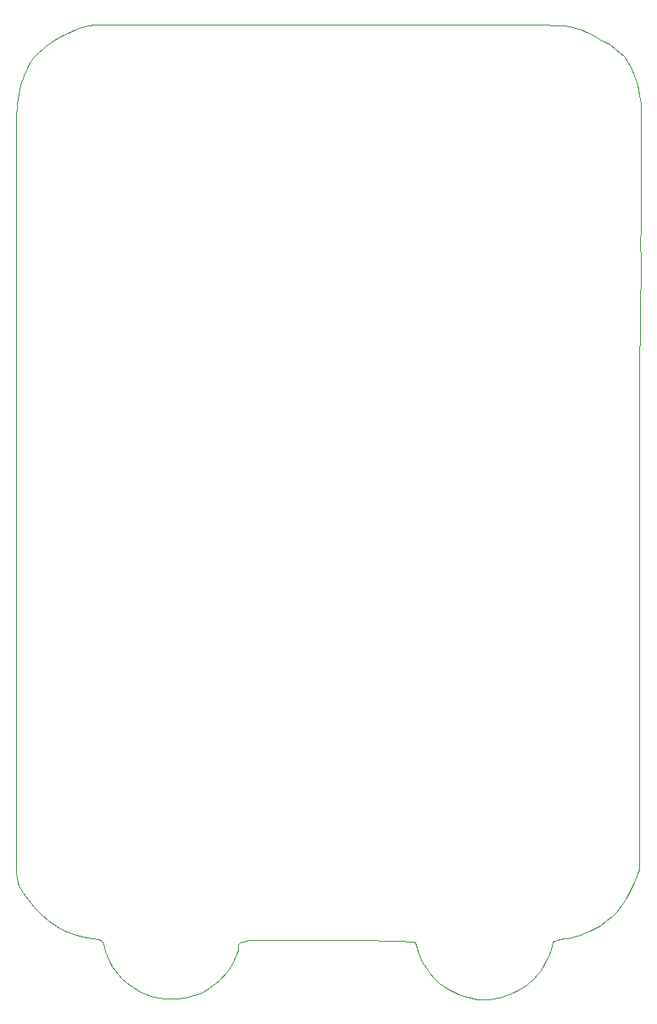
<source format=gbr>
%TF.GenerationSoftware,KiCad,Pcbnew,9.0.0*%
%TF.CreationDate,2025-09-21T22:19:40+08:00*%
%TF.ProjectId,maibadge_ver2,6d616962-6164-4676-955f-766572322e6b,rev?*%
%TF.SameCoordinates,Original*%
%TF.FileFunction,Profile,NP*%
%FSLAX46Y46*%
G04 Gerber Fmt 4.6, Leading zero omitted, Abs format (unit mm)*
G04 Created by KiCad (PCBNEW 9.0.0) date 2025-09-21 22:19:40*
%MOMM*%
%LPD*%
G01*
G04 APERTURE LIST*
%TA.AperFunction,Profile*%
%ADD10C,0.050000*%
%TD*%
%TA.AperFunction,Profile*%
%ADD11C,0.100000*%
%TD*%
G04 APERTURE END LIST*
D10*
X214867276Y-38685278D02*
X215475984Y-38888181D01*
X171581280Y-134948402D02*
X170638763Y-134395692D01*
X215296712Y-129224201D02*
X214753282Y-129353667D01*
X221463305Y-47259841D02*
X221461123Y-48487470D01*
X160810932Y-126406911D02*
X160173860Y-125647662D01*
X172704154Y-135355662D02*
X171581280Y-134948402D01*
X160115649Y-42633390D02*
X160370914Y-42142496D01*
X166794398Y-38371106D02*
X205148398Y-38371106D01*
X165868198Y-38518769D02*
X166339456Y-38414044D01*
X213038426Y-129698384D02*
X212798433Y-129781291D01*
X176174593Y-135408024D02*
X175746970Y-135469113D01*
X190778314Y-129699836D02*
X189606713Y-129699836D01*
X202386881Y-134725768D02*
X202042164Y-134551228D01*
X159487305Y-44387518D02*
X159788386Y-43392640D01*
X215993059Y-39097629D02*
X216575587Y-39352894D01*
X173856119Y-135562202D02*
X172704154Y-135355662D01*
X198848081Y-129899734D02*
X198753305Y-129843009D01*
X164843479Y-38869136D02*
X165295102Y-38672779D01*
X215475984Y-38888181D02*
X215993059Y-39097629D01*
X193848038Y-129726017D02*
X192728799Y-129706381D01*
X161024513Y-126617022D02*
X160810932Y-126406911D01*
X221251046Y-122636554D02*
X221089262Y-122999665D01*
X212444990Y-130601629D02*
X212174044Y-131290554D01*
X210774056Y-133508350D02*
X210590789Y-133691618D01*
X216575587Y-39352894D02*
X216981392Y-39575432D01*
X212798433Y-129781291D02*
X212654438Y-129886015D01*
X175746970Y-135469113D02*
X175057537Y-135582565D01*
X177693092Y-134823315D02*
X177312013Y-135026945D01*
X162840632Y-39890196D02*
X163164622Y-39684020D01*
X204071193Y-135389020D02*
X203757021Y-135284296D01*
X218915936Y-40787629D02*
X219691549Y-41465063D01*
X215934875Y-128978754D02*
X215296712Y-129224201D01*
X160173860Y-125647662D02*
X159698239Y-124980046D01*
X159427701Y-124574240D02*
X159292433Y-124286249D01*
X181483521Y-129883831D02*
X181393342Y-129936193D01*
X159078621Y-123479001D02*
X159034986Y-122894292D01*
X162015930Y-40469451D02*
X162222105Y-40322183D01*
X200650207Y-133460352D02*
X200301127Y-133002184D01*
D11*
X207090737Y-135467563D02*
X206300943Y-135598468D01*
D10*
X199716418Y-132133847D02*
X199489516Y-131697497D01*
X206164398Y-38371106D02*
X209466398Y-38371106D01*
X210658678Y-38371106D02*
X211777916Y-38384196D01*
X160729788Y-41618143D02*
X161093049Y-41303971D01*
X214291293Y-38534737D02*
X214867276Y-38685278D01*
X210363887Y-133874885D02*
X210001716Y-134184693D01*
X205148398Y-38371106D02*
X206164398Y-38371106D01*
X181050080Y-131085248D02*
X180605002Y-132071400D01*
X211568214Y-132378203D02*
X211306403Y-132797100D01*
X159029137Y-113765216D02*
X159029137Y-108195205D01*
X177312013Y-135026945D02*
X176174593Y-135408024D01*
X200955652Y-133717799D02*
X200650207Y-133460352D01*
X202845049Y-134948306D02*
X202386881Y-134725768D01*
X217752969Y-40057472D02*
X217929691Y-40122924D01*
X181288618Y-130029281D02*
X181242074Y-130154368D01*
X220526068Y-42741387D02*
X220781333Y-43418821D01*
X167569767Y-129793651D02*
X167214868Y-129642383D01*
X166091994Y-129470752D02*
X165047662Y-129208942D01*
X182924010Y-129693291D02*
X182324222Y-129738380D01*
X221089262Y-122999665D02*
X220726000Y-123952000D01*
X219691549Y-41465063D02*
X220192260Y-42113043D01*
X159251676Y-45186039D02*
X159487305Y-44387518D01*
X221448033Y-49805248D02*
X221426215Y-51499425D01*
X168317380Y-131821226D02*
X168058479Y-131262697D01*
X220192260Y-42113043D02*
X220526068Y-42741387D01*
X163164622Y-39684020D02*
X163459158Y-39507299D01*
X203202856Y-135101029D02*
X202845049Y-134948306D01*
X175057537Y-135582565D02*
X174248834Y-135576747D01*
X161799937Y-40655990D02*
X162015930Y-40469451D01*
X179290134Y-133741167D02*
X178356344Y-134462599D01*
X168890453Y-132717198D02*
X168596644Y-132321574D01*
X199489516Y-131697497D02*
X199306248Y-131309145D01*
X159035682Y-103973517D02*
X159042228Y-99116939D01*
X206100222Y-135615922D02*
X205310428Y-135598468D01*
X218249214Y-40321581D02*
X218915936Y-40787629D01*
X217537739Y-39941966D02*
X217752969Y-40057472D01*
X220431464Y-124609797D02*
X220009295Y-125483589D01*
X199306248Y-131309145D02*
X199127345Y-130872795D01*
X161545224Y-127131915D02*
X161024513Y-126617022D01*
X221386943Y-58712294D02*
X221373853Y-60021345D01*
X164509672Y-39016404D02*
X164843479Y-38869136D01*
X181393342Y-129936193D02*
X181288618Y-130029281D01*
X205310428Y-135598468D02*
X205105343Y-135585378D01*
X214753282Y-129353667D02*
X214181664Y-129488936D01*
X165047662Y-129208942D02*
X164029512Y-128824954D01*
X194660340Y-129725194D02*
X193848038Y-129726017D01*
X185234484Y-129686746D02*
X184233060Y-129680200D01*
X221426215Y-51499425D02*
X221417488Y-53113921D01*
X197208626Y-129773193D02*
X195611584Y-129742648D01*
X159034986Y-122894292D02*
X159003208Y-118538633D01*
X201296006Y-134005790D02*
X200955652Y-133717799D01*
X216981392Y-39575432D02*
X217537739Y-39941966D01*
X221373853Y-60021345D02*
X221382580Y-61919468D01*
X180101745Y-132836467D02*
X179290134Y-133741167D01*
X192728799Y-129706381D02*
X192192089Y-129712927D01*
X159292433Y-124286249D02*
X159187709Y-123976440D01*
X189606713Y-129699836D02*
X188055488Y-129693291D01*
X181242074Y-130154368D02*
X181178076Y-130695442D01*
X159698239Y-124980046D02*
X159427701Y-124574240D01*
X213723496Y-129567479D02*
X213038426Y-129698384D01*
X199127345Y-130872795D02*
X198957168Y-130244451D01*
X159187709Y-123976440D02*
X159078621Y-123479001D01*
X159040963Y-47617996D02*
X159114225Y-46305278D01*
X207300185Y-135423928D02*
X207090737Y-135467563D01*
X216818484Y-128546767D02*
X216366861Y-128792214D01*
X205105343Y-135585378D02*
X204071193Y-135389020D01*
X211921657Y-131771677D02*
X211568214Y-132378203D01*
X217967176Y-127771155D02*
X217348649Y-128242413D01*
X208657758Y-134930852D02*
X208212157Y-135135937D01*
X159036947Y-54034017D02*
X159008386Y-49112458D01*
X212174044Y-131290554D02*
X211921657Y-131771677D01*
X159008386Y-49112458D02*
X159040963Y-47617996D01*
X200301127Y-133002184D02*
X199969501Y-132526562D01*
X192192089Y-129712927D02*
X190778314Y-129699836D01*
X170638763Y-134395692D02*
X170016237Y-133930252D01*
X211040230Y-133163634D02*
X210774056Y-133508350D01*
X214181664Y-129488936D02*
X213723496Y-129567479D01*
X162208477Y-127739896D02*
X161545224Y-127131915D01*
X160370914Y-42142496D02*
X160729788Y-41618143D01*
X220726000Y-123952000D02*
X220431464Y-124609797D01*
X164029512Y-128824954D02*
X163060814Y-128327515D01*
X161348314Y-41058524D02*
X161613397Y-40822894D01*
X182324222Y-129738380D02*
X181687151Y-129831469D01*
X184233060Y-129680200D02*
X182924010Y-129693291D01*
X209582820Y-134459594D02*
X209163924Y-134708314D01*
X221095505Y-44331884D02*
X221272227Y-45392215D01*
X159003208Y-118538633D02*
X159029137Y-113765216D01*
X188055488Y-129693291D02*
X186759528Y-129686746D01*
X168058479Y-131262697D02*
X167904302Y-130800166D01*
X167904302Y-130800166D02*
X167767579Y-130035099D01*
X199969501Y-132526562D02*
X199716418Y-132133847D01*
X218948964Y-126916999D02*
X218526795Y-127339168D01*
X209163924Y-134708314D02*
X208657758Y-134930852D01*
X220781333Y-43418821D02*
X221095505Y-44331884D01*
X159788386Y-43392640D02*
X160115649Y-42633390D01*
X159029137Y-108195205D02*
X159035682Y-103973517D01*
X161613397Y-40822894D02*
X161799937Y-40655990D01*
X203757021Y-135284296D02*
X203202856Y-135101029D01*
X211306403Y-132797100D02*
X211040230Y-133163634D01*
X162222105Y-40322183D02*
X162497006Y-40106189D01*
X206300943Y-135598468D02*
X206100222Y-135615922D01*
D11*
X221225777Y-73337124D02*
X221211835Y-92605797D01*
D10*
X202042164Y-134551228D02*
X201671267Y-134276327D01*
X221211835Y-92605797D02*
X221251046Y-122636554D01*
X163783148Y-39340395D02*
X164146410Y-39173491D01*
X210590789Y-133691618D02*
X210363887Y-133874885D01*
X221272227Y-45392215D02*
X221409678Y-46216917D01*
D11*
X221382580Y-61919468D02*
X221225777Y-73337124D01*
D10*
X221461123Y-48487470D02*
X221448033Y-49805248D01*
X186759528Y-129686746D02*
X185234484Y-129686746D01*
X212654438Y-129886015D02*
X212444990Y-130601629D01*
X163060814Y-128327515D02*
X162208477Y-127739896D01*
X212988788Y-38416922D02*
X213741492Y-38443103D01*
X161093049Y-41303971D02*
X161348314Y-41058524D01*
X166339456Y-38414044D02*
X166794398Y-38371106D01*
X164146410Y-39173491D02*
X164509672Y-39016404D01*
X170016237Y-133930252D02*
X169533343Y-133493901D01*
X216366861Y-128792214D02*
X215934875Y-128978754D01*
X218526795Y-127339168D02*
X217967176Y-127771155D01*
X181178076Y-130695442D02*
X181050080Y-131085248D01*
X210001716Y-134184693D02*
X209582820Y-134459594D01*
X181687151Y-129831469D02*
X181483521Y-129883831D01*
X211777916Y-38384196D02*
X212988788Y-38416922D01*
X169533343Y-133493901D02*
X168890453Y-132717198D01*
X167214868Y-129642383D02*
X166091994Y-129470752D01*
X195611584Y-129742648D02*
X194660340Y-129725194D01*
X221395670Y-56561087D02*
X221386943Y-58712294D01*
X220009295Y-125483589D02*
X219479129Y-126210112D01*
X219479129Y-126210112D02*
X218948964Y-126916999D01*
X167767579Y-130035099D02*
X167569767Y-129793651D01*
X213741492Y-38443103D02*
X214291293Y-38534737D01*
X159042228Y-99116939D02*
X159036947Y-54034017D01*
X198753305Y-129843009D02*
X197208626Y-129773193D01*
X221417488Y-53113921D02*
X221404398Y-54418608D01*
X221404398Y-54418608D02*
X221395670Y-56561087D01*
X174248834Y-135576747D02*
X173856119Y-135562202D01*
X180605002Y-132071400D02*
X180101745Y-132836467D01*
X198957168Y-130244451D02*
X198848081Y-129899734D01*
X217929691Y-40122924D02*
X218249214Y-40321581D01*
X159114225Y-46305278D02*
X159251676Y-45186039D01*
X178356344Y-134462599D02*
X177693092Y-134823315D01*
X162497006Y-40106189D02*
X162840632Y-39890196D01*
X168596644Y-132321574D02*
X168317380Y-131821226D01*
X163459158Y-39507299D02*
X163783148Y-39340395D01*
X201671267Y-134276327D02*
X201296006Y-134005790D01*
X209466398Y-38371106D02*
X210658678Y-38371106D01*
X165295102Y-38672779D02*
X165868198Y-38518769D01*
X208212157Y-135135937D02*
X207300185Y-135423928D01*
X217348649Y-128242413D02*
X216818484Y-128546767D01*
X221409678Y-46216917D02*
X221463305Y-47259841D01*
M02*

</source>
